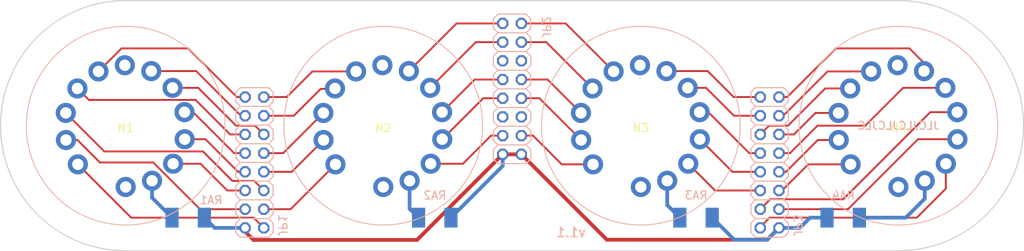
<source format=kicad_pcb>
(kicad_pcb (version 20241229) (generator "pcbnew") (generator_version "9.0")
  (layers (0 "F.Cu" signal) (2 "B.Cu" signal) (13 "F.Paste" user) (15 "B.Paste" user) (5 "F.SilkS" user "F.Silkscreen") (7 "B.SilkS" user "B.Silkscreen") (1 "F.Mask" user) (3 "B.Mask" user) (25 "Edge.Cuts" user))
  (net 0 "")
  (net 1 "VCC_HV")
  (net 2 "N$35")
  (net 3 "N$36")
  (net 4 "N$37")
  (net 5 "N$38")
  (net 6 "0XXX")
  (net 7 "1XXX")
  (net 8 "2XXX")
  (net 9 "3XXX")
  (net 10 "4XXX")
  (net 11 "5XXX")
  (net 12 "6XXX")
  (net 13 "7XXX")
  (net 14 "8XXX")
  (net 15 "9XXX")
  (net 16 "X0XX")
  (net 17 "X1XX")
  (net 18 "X2XX")
  (net 19 "X3XX")
  (net 20 "X4XX")
  (net 21 "X5XX")
  (net 22 "X6XX")
  (net 23 "X7XX")
  (net 24 "X8XX")
  (net 25 "X9XX")
  (net 26 "XX0X")
  (net 27 "XX1X")
  (net 28 "XX2X")
  (net 29 "XX3X")
  (net 30 "XX4X")
  (net 31 "XX5X")
  (net 32 "XX6X")
  (net 33 "XX7X")
  (net 34 "XX8X")
  (net 35 "XX9X")
  (net 36 "XXX0")
  (net 37 "XXX1")
  (net 38 "XXX2")
  (net 39 "XXX3")
  (net 40 "XXX4")
  (net 41 "XXX5")
  (net 42 "XXX6")
  (net 43 "XXX7")
  (net 44 "XXX8")
  (net 45 "XXX9")
  (net 46 "N$3")
  (net 47 "N$6")
  (net 48 "N$11")
  (net 49 "N$14")
  (footprint "NixieBoard:dummyfp1" (layer "F.Cu") (at 183.5011 94.0036)
    (property "Reference" "UNK_HOLE_1" (hide yes))
    (property "Value" "")
    (pad "" np_thru_hole circle (at 0 0) (size 4.5 4.5) (drill 4.5) (layers "*.Cu" "*.Mask"))
  )
  (footprint "NixieBoard:F9057PIN" (layer "F.Cu") (at 131.0011 105.0036)
    (property "Reference" "N2" (at 0 -0.34 0) (layer "F.SilkS") (effects (font (size 1.09474 1.09474) (thickness 0.17526)) (justify top)))
    (property "Value" "F9057TUBE" (hide yes))
    (pad "0" thru_hole circle (at 6.443725 5.170881 218.6) (size 2.25 2.25) (drill 1.55) (layers "*.Cu" "*.Mask") (net 16 "X0XX") (padstack (mode custom) (layer "B.Cu" (shape circle) (size 2.75 2.75))))
    (pad "1" thru_hole circle (at -6.493396 5.256 218.6) (size 2.25 2.25) (drill 1.55) (layers "*.Cu" "*.Mask") (net 17 "X1XX") (padstack (mode custom) (layer "B.Cu" (shape circle) (size 2.75 2.75))))
    (pad "2" thru_hole circle (at -8.110965 1.950037 218.6) (size 2.25 2.25) (drill 1.55) (layers "*.Cu" "*.Mask") (net 18 "X2XX") (padstack (mode custom) (layer "B.Cu" (shape circle) (size 2.75 2.75))))
    (pad "3" thru_hole circle (at -8.134218 -1.730362 218.6) (size 2.25 2.25) (drill 1.55) (layers "*.Cu" "*.Mask") (net 19 "X3XX") (padstack (mode custom) (layer "B.Cu" (shape circle) (size 2.75 2.75))))
    (pad "4" thru_hole circle (at -6.558546 -5.0565 218.6) (size 2.25 2.25) (drill 1.55) (layers "*.Cu" "*.Mask") (net 20 "X4XX") (padstack (mode custom) (layer "B.Cu" (shape circle) (size 2.75 2.75))))
    (pad "5" thru_hole circle (at -3.695934 -7.3698 218.6) (size 2.25 2.25) (drill 1.55) (layers "*.Cu" "*.Mask") (net 21 "X5XX") (padstack (mode custom) (layer "B.Cu" (shape circle) (size 2.75 2.75))))
    (pad "6" thru_hole circle (at 3.480371 -7.417015 218.6) (size 2.25 2.25) (drill 1.55) (layers "*.Cu" "*.Mask") (net 22 "X6XX") (padstack (mode custom) (layer "B.Cu" (shape circle) (size 2.75 2.75))))
    (pad "7" thru_hole circle (at 6.373175 -5.141581 218.6) (size 2.25 2.25) (drill 1.55) (layers "*.Cu" "*.Mask") (net 23 "X7XX") (padstack (mode custom) (layer "B.Cu" (shape circle) (size 2.75 2.75))))
    (pad "8" thru_hole circle (at 7.992475 -1.836465 218.6) (size 2.25 2.25) (drill 1.55) (layers "*.Cu" "*.Mask") (net 24 "X8XX") (padstack (mode custom) (layer "B.Cu" (shape circle) (size 2.75 2.75))))
    (pad "9" thru_hole circle (at 8.017653 1.843921 218.6) (size 2.25 2.25) (drill 1.55) (layers "*.Cu" "*.Mask") (net 25 "X9XX") (padstack (mode custom) (layer "B.Cu" (shape circle) (size 2.75 2.75))))
    (pad "A" thru_hole circle (at 3.582321 7.485684 218.6) (size 2.25 2.25) (drill 1.55) (layers "*.Cu" "*.Mask") (net 4 "N$37") (padstack (mode custom) (layer "B.Cu" (shape circle) (size 2.75 2.75))))
    (pad "CI1" thru_hole circle (at 0 8.33 218.6) (size 2.25 2.25) (drill 1.55) (layers "*.Cu" "*.Mask") (padstack (mode custom) (layer "B.Cu" (shape circle) (size 2.75 2.75))))
    (pad "CI2" thru_hole circle (at -0.113168 -8.21224 218.6) (size 2.25 2.25) (drill 1.55) (layers "*.Cu" "*.Mask") (padstack (mode custom) (layer "B.Cu" (shape circle) (size 2.75 2.75))))
  )
  (footprint "NixieBoard:F9057PIN" (layer "F.Cu") (at 166.0011 105.0036)
    (property "Reference" "N3" (at 0 -0.34 0) (layer "F.SilkS") (effects (font (size 1.09474 1.09474) (thickness 0.17526)) (justify top)))
    (property "Value" "F9057TUBE" (hide yes))
    (pad "0" thru_hole circle (at 6.443725 5.170881 218.6) (size 2.25 2.25) (drill 1.55) (layers "*.Cu" "*.Mask") (net 26 "XX0X") (padstack (mode custom) (layer "B.Cu" (shape circle) (size 2.75 2.75))))
    (pad "1" thru_hole circle (at -6.493396 5.256 218.6) (size 2.25 2.25) (drill 1.55) (layers "*.Cu" "*.Mask") (net 27 "XX1X") (padstack (mode custom) (layer "B.Cu" (shape circle) (size 2.75 2.75))))
    (pad "2" thru_hole circle (at -8.110965 1.950037 218.6) (size 2.25 2.25) (drill 1.55) (layers "*.Cu" "*.Mask") (net 28 "XX2X") (padstack (mode custom) (layer "B.Cu" (shape circle) (size 2.75 2.75))))
    (pad "3" thru_hole circle (at -8.134218 -1.730362 218.6) (size 2.25 2.25) (drill 1.55) (layers "*.Cu" "*.Mask") (net 29 "XX3X") (padstack (mode custom) (layer "B.Cu" (shape circle) (size 2.75 2.75))))
    (pad "4" thru_hole circle (at -6.558546 -5.0565 218.6) (size 2.25 2.25) (drill 1.55) (layers "*.Cu" "*.Mask") (net 30 "XX4X") (padstack (mode custom) (layer "B.Cu" (shape circle) (size 2.75 2.75))))
    (pad "5" thru_hole circle (at -3.695934 -7.3698 218.6) (size 2.25 2.25) (drill 1.55) (layers "*.Cu" "*.Mask") (net 31 "XX5X") (padstack (mode custom) (layer "B.Cu" (shape circle) (size 2.75 2.75))))
    (pad "6" thru_hole circle (at 3.480371 -7.417015 218.6) (size 2.25 2.25) (drill 1.55) (layers "*.Cu" "*.Mask") (net 32 "XX6X") (padstack (mode custom) (layer "B.Cu" (shape circle) (size 2.75 2.75))))
    (pad "7" thru_hole circle (at 6.373175 -5.141581 218.6) (size 2.25 2.25) (drill 1.55) (layers "*.Cu" "*.Mask") (net 33 "XX7X") (padstack (mode custom) (layer "B.Cu" (shape circle) (size 2.75 2.75))))
    (pad "8" thru_hole circle (at 7.992475 -1.836465 218.6) (size 2.25 2.25) (drill 1.55) (layers "*.Cu" "*.Mask") (net 34 "XX8X") (padstack (mode custom) (layer "B.Cu" (shape circle) (size 2.75 2.75))))
    (pad "9" thru_hole circle (at 8.017653 1.843921 218.6) (size 2.25 2.25) (drill 1.55) (layers "*.Cu" "*.Mask") (net 35 "XX9X") (padstack (mode custom) (layer "B.Cu" (shape circle) (size 2.75 2.75))))
    (pad "A" thru_hole circle (at 3.582321 7.485684 218.6) (size 2.25 2.25) (drill 1.55) (layers "*.Cu" "*.Mask") (net 3 "N$36") (padstack (mode custom) (layer "B.Cu" (shape circle) (size 2.75 2.75))))
    (pad "CI1" thru_hole circle (at 0 8.33 218.6) (size 2.25 2.25) (drill 1.55) (layers "*.Cu" "*.Mask") (padstack (mode custom) (layer "B.Cu" (shape circle) (size 2.75 2.75))))
    (pad "CI2" thru_hole circle (at -0.113168 -8.21224 218.6) (size 2.25 2.25) (drill 1.55) (layers "*.Cu" "*.Mask") (padstack (mode custom) (layer "B.Cu" (shape circle) (size 2.75 2.75))))
  )
  (footprint "NixieBoard:dummyfp0" (layer "F.Cu") (at 113.5011 94.0036)
    (property "Reference" "UNK_HOLE_0" (hide yes))
    (property "Value" "")
    (pad "" np_thru_hole circle (at 0 0) (size 4.5 4.5) (drill 4.5) (layers "*.Cu" "*.Mask"))
  )
  (footprint "NixieBoard:dummyfp2" (layer "F.Cu") (at 148.5011 116.0036)
    (property "Reference" "UNK_HOLE_2" (hide yes))
    (property "Value" "")
    (pad "" np_thru_hole circle (at 0 0) (size 4.5 4.5) (drill 4.5) (layers "*.Cu" "*.Mask"))
  )
  (footprint "NixieBoard:F9057PIN" (layer "F.Cu") (at 201.0011 105.0036)
    (property "Reference" "N4" (at 0 -0.34 0) (layer "F.SilkS") (effects (font (size 1.09474 1.09474) (thickness 0.17526)) (justify top)))
    (property "Value" "F9057TUBE" (hide yes))
    (pad "0" thru_hole circle (at 6.443725 5.170881 218.6) (size 2.25 2.25) (drill 1.55) (layers "*.Cu" "*.Mask") (net 36 "XXX0") (padstack (mode custom) (layer "B.Cu" (shape circle) (size 2.75 2.75))))
    (pad "1" thru_hole circle (at -6.493396 5.256 218.6) (size 2.25 2.25) (drill 1.55) (layers "*.Cu" "*.Mask") (net 37 "XXX1") (padstack (mode custom) (layer "B.Cu" (shape circle) (size 2.75 2.75))))
    (pad "2" thru_hole circle (at -8.110965 1.950037 218.6) (size 2.25 2.25) (drill 1.55) (layers "*.Cu" "*.Mask") (net 38 "XXX2") (padstack (mode custom) (layer "B.Cu" (shape circle) (size 2.75 2.75))))
    (pad "3" thru_hole circle (at -8.134218 -1.730362 218.6) (size 2.25 2.25) (drill 1.55) (layers "*.Cu" "*.Mask") (net 39 "XXX3") (padstack (mode custom) (layer "B.Cu" (shape circle) (size 2.75 2.75))))
    (pad "4" thru_hole circle (at -6.558546 -5.0565 218.6) (size 2.25 2.25) (drill 1.55) (layers "*.Cu" "*.Mask") (net 40 "XXX4") (padstack (mode custom) (layer "B.Cu" (shape circle) (size 2.75 2.75))))
    (pad "5" thru_hole circle (at -3.695934 -7.3698 218.6) (size 2.25 2.25) (drill 1.55) (layers "*.Cu" "*.Mask") (net 41 "XXX5") (padstack (mode custom) (layer "B.Cu" (shape circle) (size 2.75 2.75))))
    (pad "6" thru_hole circle (at 3.480371 -7.417015 218.6) (size 2.25 2.25) (drill 1.55) (layers "*.Cu" "*.Mask") (net 42 "XXX6") (padstack (mode custom) (layer "B.Cu" (shape circle) (size 2.75 2.75))))
    (pad "7" thru_hole circle (at 6.373175 -5.141581 218.6) (size 2.25 2.25) (drill 1.55) (layers "*.Cu" "*.Mask") (net 43 "XXX7") (padstack (mode custom) (layer "B.Cu" (shape circle) (size 2.75 2.75))))
    (pad "8" thru_hole circle (at 7.992475 -1.836465 218.6) (size 2.25 2.25) (drill 1.55) (layers "*.Cu" "*.Mask") (net 44 "XXX8") (padstack (mode custom) (layer "B.Cu" (shape circle) (size 2.75 2.75))))
    (pad "9" thru_hole circle (at 8.017653 1.843921 218.6) (size 2.25 2.25) (drill 1.55) (layers "*.Cu" "*.Mask") (net 45 "XXX9") (padstack (mode custom) (layer "B.Cu" (shape circle) (size 2.75 2.75))))
    (pad "A" thru_hole circle (at 3.582321 7.485684 218.6) (size 2.25 2.25) (drill 1.55) (layers "*.Cu" "*.Mask") (net 2 "N$35") (padstack (mode custom) (layer "B.Cu" (shape circle) (size 2.75 2.75))))
    (pad "CI1" thru_hole circle (at 0 8.33 218.6) (size 2.25 2.25) (drill 1.55) (layers "*.Cu" "*.Mask") (padstack (mode custom) (layer "B.Cu" (shape circle) (size 2.75 2.75))))
    (pad "CI2" thru_hole circle (at -0.113168 -8.21224 218.6) (size 2.25 2.25) (drill 1.55) (layers "*.Cu" "*.Mask") (padstack (mode custom) (layer "B.Cu" (shape circle) (size 2.75 2.75))))
  )
  (footprint "NixieBoard:F9057PIN" (layer "F.Cu") (at 96.0011 105.0036)
    (property "Reference" "N1" (at 0 -0.34 0) (layer "F.SilkS") (effects (font (size 1.09474 1.09474) (thickness 0.17526)) (justify top)))
    (property "Value" "F9057TUBE" (hide yes))
    (pad "0" thru_hole circle (at 6.443725 5.170881 218.6) (size 2.25 2.25) (drill 1.55) (layers "*.Cu" "*.Mask") (net 6 "0XXX") (padstack (mode custom) (layer "B.Cu" (shape circle) (size 2.75 2.75))))
    (pad "1" thru_hole circle (at -6.493396 5.256 218.6) (size 2.25 2.25) (drill 1.55) (layers "*.Cu" "*.Mask") (net 7 "1XXX") (padstack (mode custom) (layer "B.Cu" (shape circle) (size 2.75 2.75))))
    (pad "2" thru_hole circle (at -8.110965 1.950037 218.6) (size 2.25 2.25) (drill 1.55) (layers "*.Cu" "*.Mask") (net 8 "2XXX") (padstack (mode custom) (layer "B.Cu" (shape circle) (size 2.75 2.75))))
    (pad "3" thru_hole circle (at -8.134218 -1.730362 218.6) (size 2.25 2.25) (drill 1.55) (layers "*.Cu" "*.Mask") (net 9 "3XXX") (padstack (mode custom) (layer "B.Cu" (shape circle) (size 2.75 2.75))))
    (pad "4" thru_hole circle (at -6.558546 -5.0565 218.6) (size 2.25 2.25) (drill 1.55) (layers "*.Cu" "*.Mask") (net 10 "4XXX") (padstack (mode custom) (layer "B.Cu" (shape circle) (size 2.75 2.75))))
    (pad "5" thru_hole circle (at -3.695934 -7.3698 218.6) (size 2.25 2.25) (drill 1.55) (layers "*.Cu" "*.Mask") (net 11 "5XXX") (padstack (mode custom) (layer "B.Cu" (shape circle) (size 2.75 2.75))))
    (pad "6" thru_hole circle (at 3.480371 -7.417015 218.6) (size 2.25 2.25) (drill 1.55) (layers "*.Cu" "*.Mask") (net 12 "6XXX") (padstack (mode custom) (layer "B.Cu" (shape circle) (size 2.75 2.75))))
    (pad "7" thru_hole circle (at 6.373175 -5.141581 218.6) (size 2.25 2.25) (drill 1.55) (layers "*.Cu" "*.Mask") (net 13 "7XXX") (padstack (mode custom) (layer "B.Cu" (shape circle) (size 2.75 2.75))))
    (pad "8" thru_hole circle (at 7.992475 -1.836465 218.6) (size 2.25 2.25) (drill 1.55) (layers "*.Cu" "*.Mask") (net 14 "8XXX") (padstack (mode custom) (layer "B.Cu" (shape circle) (size 2.75 2.75))))
    (pad "9" thru_hole circle (at 8.017653 1.843921 218.6) (size 2.25 2.25) (drill 1.55) (layers "*.Cu" "*.Mask") (net 15 "9XXX") (padstack (mode custom) (layer "B.Cu" (shape circle) (size 2.75 2.75))))
    (pad "A" thru_hole circle (at 3.582321 7.485684 218.6) (size 2.25 2.25) (drill 1.55) (layers "*.Cu" "*.Mask") (net 5 "N$38") (padstack (mode custom) (layer "B.Cu" (shape circle) (size 2.75 2.75))))
    (pad "CI1" thru_hole circle (at 0 8.33 218.6) (size 2.25 2.25) (drill 1.55) (layers "*.Cu" "*.Mask") (padstack (mode custom) (layer "B.Cu" (shape circle) (size 2.75 2.75))))
    (pad "CI2" thru_hole circle (at -0.113168 -8.21224 218.6) (size 2.25 2.25) (drill 1.55) (layers "*.Cu" "*.Mask") (padstack (mode custom) (layer "B.Cu" (shape circle) (size 2.75 2.75))))
  )
  (footprint "NixieBoard:2X08_325" (layer "B.Cu") (at 113.5011 110.0036 90)
    (property "Reference" "JP1" (at -10.16 3.175 270) (layer "B.SilkS") (effects (font (size 1.09855 1.09855) (thickness 0.17145)) (justify left bottom mirror)))
    (property "Value" "")
    (pad "1" thru_hole roundrect (at -8.89 -1.27 90) (size 1.524 1.524) (drill 1.016) (layers "*.Cu" "*.Mask") (chamfer_ratio 0.2928932188) (chamfer top_left top_right bottom_left bottom_right) (net 1 "VCC_HV"))
    (pad "2" thru_hole roundrect (at -8.89 1.27 90) (size 1.524 1.524) (drill 1.016) (layers "*.Cu" "*.Mask") (chamfer_ratio 0.2928932188) (chamfer top_left top_right bottom_left bottom_right) (net 7 "1XXX"))
    (pad "3" thru_hole roundrect (at -6.35 -1.27 90) (size 1.524 1.524) (drill 1.016) (layers "*.Cu" "*.Mask") (chamfer_ratio 0.2928932188) (chamfer top_left top_right bottom_left bottom_right) (net 8 "2XXX"))
    (pad "4" thru_hole roundrect (at -6.35 1.27 90) (size 1.524 1.524) (drill 1.016) (layers "*.Cu" "*.Mask") (chamfer_ratio 0.2928932188) (chamfer top_left top_right bottom_left bottom_right) (net 17 "X1XX"))
    (pad "5" thru_hole roundrect (at -3.81 -1.27 90) (size 1.524 1.524) (drill 1.016) (layers "*.Cu" "*.Mask") (chamfer_ratio 0.2928932188) (chamfer top_left top_right bottom_left bottom_right) (net 6 "0XXX"))
    (pad "6" thru_hole roundrect (at -3.81 1.27 90) (size 1.524 1.524) (drill 1.016) (layers "*.Cu" "*.Mask") (chamfer_ratio 0.2928932188) (chamfer top_left top_right bottom_left bottom_right) (net 9 "3XXX"))
    (pad "7" thru_hole roundrect (at -1.27 -1.27 90) (size 1.524 1.524) (drill 1.016) (layers "*.Cu" "*.Mask") (chamfer_ratio 0.2928932188) (chamfer top_left top_right bottom_left bottom_right) (net 15 "9XXX"))
    (pad "8" thru_hole roundrect (at -1.27 1.27 90) (size 1.524 1.524) (drill 1.016) (layers "*.Cu" "*.Mask") (chamfer_ratio 0.2928932188) (chamfer top_left top_right bottom_left bottom_right) (net 18 "X2XX"))
    (pad "9" thru_hole roundrect (at 1.27 -1.27 90) (size 1.524 1.524) (drill 1.016) (layers "*.Cu" "*.Mask") (chamfer_ratio 0.2928932188) (chamfer top_left top_right bottom_left bottom_right) (net 14 "8XXX"))
    (pad "10" thru_hole roundrect (at 1.27 1.27 90) (size 1.524 1.524) (drill 1.016) (layers "*.Cu" "*.Mask") (chamfer_ratio 0.2928932188) (chamfer top_left top_right bottom_left bottom_right) (net 19 "X3XX"))
    (pad "11" thru_hole roundrect (at 3.81 -1.27 90) (size 1.524 1.524) (drill 1.016) (layers "*.Cu" "*.Mask") (chamfer_ratio 0.2928932188) (chamfer top_left top_right bottom_left bottom_right) (net 10 "4XXX"))
    (pad "12" thru_hole roundrect (at 3.81 1.27 90) (size 1.524 1.524) (drill 1.016) (layers "*.Cu" "*.Mask") (chamfer_ratio 0.2928932188) (chamfer top_left top_right bottom_left bottom_right) (net 13 "7XXX"))
    (pad "13" thru_hole roundrect (at 6.35 -1.27 90) (size 1.524 1.524) (drill 1.016) (layers "*.Cu" "*.Mask") (chamfer_ratio 0.2928932188) (chamfer top_left top_right bottom_left bottom_right) (net 12 "6XXX"))
    (pad "14" thru_hole roundrect (at 6.35 1.27 90) (size 1.524 1.524) (drill 1.016) (layers "*.Cu" "*.Mask") (chamfer_ratio 0.2928932188) (chamfer top_left top_right bottom_left bottom_right) (net 20 "X4XX"))
    (pad "15" thru_hole roundrect (at 8.89 -1.27 90) (size 1.524 1.524) (drill 1.016) (layers "*.Cu" "*.Mask") (chamfer_ratio 0.2928932188) (chamfer top_left top_right bottom_left bottom_right) (net 11 "5XXX"))
    (pad "16" thru_hole roundrect (at 8.89 1.27 90) (size 1.524 1.524) (drill 1.016) (layers "*.Cu" "*.Mask") (chamfer_ratio 0.2928932188) (chamfer top_left top_right bottom_left bottom_right) (net 21 "X5XX"))
  )
  (footprint "NixieBoard:2X08_325" (layer "B.Cu") (at 183.5011 110.0036 90)
    (property "Reference" "JP3" (at -10.16 3.175 270) (layer "B.SilkS") (effects (font (size 1.09855 1.09855) (thickness 0.17145)) (justify left bottom mirror)))
    (property "Value" "")
    (pad "1" thru_hole roundrect (at -8.89 -1.27 90) (size 1.524 1.524) (drill 1.016) (layers "*.Cu" "*.Mask") (chamfer_ratio 0.2928932188) (chamfer top_left top_right bottom_left bottom_right) (net 36 "XXX0"))
    (pad "2" thru_hole roundrect (at -8.89 1.27 90) (size 1.524 1.524) (drill 1.016) (layers "*.Cu" "*.Mask") (chamfer_ratio 0.2928932188) (chamfer top_left top_right bottom_left bottom_right) (net 1 "VCC_HV"))
    (pad "3" thru_hole roundrect (at -6.35 -1.27 90) (size 1.524 1.524) (drill 1.016) (layers "*.Cu" "*.Mask") (chamfer_ratio 0.2928932188) (chamfer top_left top_right bottom_left bottom_right) (net 44 "XXX8"))
    (pad "4" thru_hole roundrect (at -6.35 1.27 90) (size 1.524 1.524) (drill 1.016) (layers "*.Cu" "*.Mask") (chamfer_ratio 0.2928932188) (chamfer top_left top_right bottom_left bottom_right) (net 45 "XXX9"))
    (pad "5" thru_hole roundrect (at -3.81 -1.27 90) (size 1.524 1.524) (drill 1.016) (layers "*.Cu" "*.Mask") (chamfer_ratio 0.2928932188) (chamfer top_left top_right bottom_left bottom_right) (net 26 "XX0X"))
    (pad "6" thru_hole roundrect (at -3.81 1.27 90) (size 1.524 1.524) (drill 1.016) (layers "*.Cu" "*.Mask") (chamfer_ratio 0.2928932188) (chamfer top_left top_right bottom_left bottom_right) (net 37 "XXX1"))
    (pad "7" thru_hole roundrect (at -1.27 -1.27 90) (size 1.524 1.524) (drill 1.016) (layers "*.Cu" "*.Mask") (chamfer_ratio 0.2928932188) (chamfer top_left top_right bottom_left bottom_right) (net 35 "XX9X"))
    (pad "8" thru_hole roundrect (at -1.27 1.27 90) (size 1.524 1.524) (drill 1.016) (layers "*.Cu" "*.Mask") (chamfer_ratio 0.2928932188) (chamfer top_left top_right bottom_left bottom_right) (net 38 "XXX2"))
    (pad "9" thru_hole roundrect (at 1.27 -1.27 90) (size 1.524 1.524) (drill 1.016) (layers "*.Cu" "*.Mask") (chamfer_ratio 0.2928932188) (chamfer top_left top_right bottom_left bottom_right) (net 34 "XX8X"))
    (pad "10" thru_hole roundrect (at 1.27 1.27 90) (size 1.524 1.524) (drill 1.016) (layers "*.Cu" "*.Mask") (chamfer_ratio 0.2928932188) (chamfer top_left top_right bottom_left bottom_right) (net 43 "XXX7"))
    (pad "11" thru_hole roundrect (at 3.81 -1.27 90) (size 1.524 1.524) (drill 1.016) (layers "*.Cu" "*.Mask") (chamfer_ratio 0.2928932188) (chamfer top_left top_right bottom_left bottom_right) (net 40 "XXX4"))
    (pad "12" thru_hole roundrect (at 3.81 1.27 90) (size 1.524 1.524) (drill 1.016) (layers "*.Cu" "*.Mask") (chamfer_ratio 0.2928932188) (chamfer top_left top_right bottom_left bottom_right) (net 39 "XXX3"))
    (pad "13" thru_hole roundrect (at 6.35 -1.27 90) (size 1.524 1.524) (drill 1.016) (layers "*.Cu" "*.Mask") (chamfer_ratio 0.2928932188) (chamfer top_left top_right bottom_left bottom_right) (net 33 "XX7X"))
    (pad "14" thru_hole roundrect (at 6.35 1.27 90) (size 1.524 1.524) (drill 1.016) (layers "*.Cu" "*.Mask") (chamfer_ratio 0.2928932188) (chamfer top_left top_right bottom_left bottom_right) (net 41 "XXX5"))
    (pad "15" thru_hole roundrect (at 8.89 -1.27 90) (size 1.524 1.524) (drill 1.016) (layers "*.Cu" "*.Mask") (chamfer_ratio 0.2928932188) (chamfer top_left top_right bottom_left bottom_right) (net 32 "XX6X"))
    (pad "16" thru_hole roundrect (at 8.89 1.27 90) (size 1.524 1.524) (drill 1.016) (layers "*.Cu" "*.Mask") (chamfer_ratio 0.2928932188) (chamfer top_left top_right bottom_left bottom_right) (net 42 "XXX6"))
  )
  (footprint "NixieBoard:R2010_334" (layer "B.Cu") (at 173.5011 117.5036 180)
    (property "Reference" "RA3" (at -1.675 2.405 0) (layer "B.SilkS") (effects (font (size 1.09474 1.09474) (thickness 0.17526)) (justify left bottom mirror)))
    (property "Value" "47k")
    (pad "1" smd rect (at -2.2 0 180) (size 1.8 2.7) (layers "B.Cu" "B.Mask" "B.Paste") (net 1 "VCC_HV"))
    (pad "2" smd rect (at 2.2 0 180) (size 1.8 2.7) (layers "B.Cu" "B.Mask" "B.Paste") (net 3 "N$36"))
  )
  (footprint "NixieBoard:2X08_325" (layer "B.Cu") (at 148.5011 100.0036 90)
    (property "Reference" "JP2" (at 6.7536 4 270) (layer "B.SilkS") (effects (font (size 1.09855 1.09855) (thickness 0.17145)) (justify left bottom mirror)))
    (property "Value" "")
    (pad "1" thru_hole roundrect (at -8.89 -1.27 90) (size 1.524 1.524) (drill 1.016) (layers "*.Cu" "*.Mask") (chamfer_ratio 0.2928932188) (chamfer top_left top_right bottom_left bottom_right) (net 1 "VCC_HV"))
    (pad "2" thru_hole roundrect (at -8.89 1.27 90) (size 1.524 1.524) (drill 1.016) (layers "*.Cu" "*.Mask") (chamfer_ratio 0.2928932188) (chamfer top_left top_right bottom_left bottom_right) (net 1 "VCC_HV"))
    (pad "3" thru_hole roundrect (at -6.35 -1.27 90) (size 1.524 1.524) (drill 1.016) (layers "*.Cu" "*.Mask") (chamfer_ratio 0.2928932188) (chamfer top_left top_right bottom_left bottom_right) (net 16 "X0XX"))
    (pad "4" thru_hole roundrect (at -6.35 1.27 90) (size 1.524 1.524) (drill 1.016) (layers "*.Cu" "*.Mask") (chamfer_ratio 0.2928932188) (chamfer top_left top_right bottom_left bottom_right) (net 27 "XX1X"))
    (pad "5" thru_hole roundrect (at -3.81 -1.27 90) (size 1.524 1.524) (drill 1.016) (layers "*.Cu" "*.Mask") (chamfer_ratio 0.2928932188) (chamfer top_left top_right bottom_left bottom_right) (net 46 "N$3"))
    (pad "6" thru_hole roundrect (at -3.81 1.27 90) (size 1.524 1.524) (drill 1.016) (layers "*.Cu" "*.Mask") (chamfer_ratio 0.2928932188) (chamfer top_left top_right bottom_left bottom_right) (net 49 "N$14"))
    (pad "7" thru_hole roundrect (at -1.27 -1.27 90) (size 1.524 1.524) (drill 1.016) (layers "*.Cu" "*.Mask") (chamfer_ratio 0.2928932188) (chamfer top_left top_right bottom_left bottom_right) (net 25 "X9XX"))
    (pad "8" thru_hole roundrect (at -1.27 1.27 90) (size 1.524 1.524) (drill 1.016) (layers "*.Cu" "*.Mask") (chamfer_ratio 0.2928932188) (chamfer top_left top_right bottom_left bottom_right) (net 28 "XX2X"))
    (pad "9" thru_hole roundrect (at 1.27 -1.27 90) (size 1.524 1.524) (drill 1.016) (layers "*.Cu" "*.Mask") (chamfer_ratio 0.2928932188) (chamfer top_left top_right bottom_left bottom_right) (net 24 "X8XX"))
    (pad "10" thru_hole roundrect (at 1.27 1.27 90) (size 1.524 1.524) (drill 1.016) (layers "*.Cu" "*.Mask") (chamfer_ratio 0.2928932188) (chamfer top_left top_right bottom_left bottom_right) (net 29 "XX3X"))
    (pad "11" thru_hole roundrect (at 3.81 -1.27 90) (size 1.524 1.524) (drill 1.016) (layers "*.Cu" "*.Mask") (chamfer_ratio 0.2928932188) (chamfer top_left top_right bottom_left bottom_right) (net 47 "N$6"))
    (pad "12" thru_hole roundrect (at 3.81 1.27 90) (size 1.524 1.524) (drill 1.016) (layers "*.Cu" "*.Mask") (chamfer_ratio 0.2928932188) (chamfer top_left top_right bottom_left bottom_right) (net 48 "N$11"))
    (pad "13" thru_hole roundrect (at 6.35 -1.27 90) (size 1.524 1.524) (drill 1.016) (layers "*.Cu" "*.Mask") (chamfer_ratio 0.2928932188) (chamfer top_left top_right bottom_left bottom_right) (net 23 "X7XX"))
    (pad "14" thru_hole roundrect (at 6.35 1.27 90) (size 1.524 1.524) (drill 1.016) (layers "*.Cu" "*.Mask") (chamfer_ratio 0.2928932188) (chamfer top_left top_right bottom_left bottom_right) (net 30 "XX4X"))
    (pad "15" thru_hole roundrect (at 8.89 -1.27 90) (size 1.524 1.524) (drill 1.016) (layers "*.Cu" "*.Mask") (chamfer_ratio 0.2928932188) (chamfer top_left top_right bottom_left bottom_right) (net 22 "X6XX"))
    (pad "16" thru_hole roundrect (at 8.89 1.27 90) (size 1.524 1.524) (drill 1.016) (layers "*.Cu" "*.Mask") (chamfer_ratio 0.2928932188) (chamfer top_left top_right bottom_left bottom_right) (net 31 "XX5X"))
  )
  (footprint "NixieBoard:R2010_334" (layer "B.Cu") (at 193.5011 117.5036)
    (property "Reference" "RA4" (at 1.675 -2.405 0) (layer "B.SilkS") (effects (font (size 1.09474 1.09474) (thickness 0.17526)) (justify left bottom mirror)))
    (property "Value" "47k")
    (pad "1" smd rect (at -2.2 0) (size 1.8 2.7) (layers "B.Cu" "B.Mask" "B.Paste") (net 1 "VCC_HV"))
    (pad "2" smd rect (at 2.2 0) (size 1.8 2.7) (layers "B.Cu" "B.Mask" "B.Paste") (net 2 "N$35"))
  )
  (footprint "NixieBoard:R2010_334" (layer "B.Cu") (at 138.0011 117.5036 180)
    (property "Reference" "RA2" (at -1.675 2.405 0) (layer "B.SilkS") (effects (font (size 1.09474 1.09474) (thickness 0.17526)) (justify left bottom mirror)))
    (property "Value" "47k")
    (pad "1" smd rect (at -2.2 0 180) (size 1.8 2.7) (layers "B.Cu" "B.Mask" "B.Paste") (net 1 "VCC_HV"))
    (pad "2" smd rect (at 2.2 0 180) (size 1.8 2.7) (layers "B.Cu" "B.Mask" "B.Paste") (net 4 "N$37"))
  )
  (footprint "NixieBoard:R2010_334" (layer "B.Cu") (at 104.5011 117.5036 180)
    (property "Reference" "RA1" (at -4.7489 1.7536 0) (layer "B.SilkS") (effects (font (size 1.09474 1.09474) (thickness 0.17526)) (justify left bottom mirror)))
    (property "Value" "30k")
    (pad "1" smd rect (at -2.2 0 180) (size 1.8 2.7) (layers "B.Cu" "B.Mask" "B.Paste") (net 1 "VCC_HV"))
    (pad "2" smd rect (at 2.2 0 180) (size 1.8 2.7) (layers "B.Cu" "B.Mask" "B.Paste") (net 5 "N$38"))
  )
  (gr_line (start 201.0011 122.0036) (end 96.0011 122.0036) (stroke (width 0.1524)) (layer "Edge.Cuts"))
  (gr_arc (start 201.0011 88.0036) (mid 218.0011 105.0036) (end 201.0011 122.0036) (stroke (width 0.1524)) (layer "Edge.Cuts"))
  (gr_line (start 96.0011 88.0036) (end 201.0011 88.0036) (stroke (width 0.1524)) (layer "Edge.Cuts"))
  (gr_arc (start 96.0011 122.0036) (mid 79.0011 105.0036) (end 96.0011 88.0036) (stroke (width 0.1524)) (layer "Edge.Cuts"))
  (gr_text "v1.1" (at 156.5011 119.5036 -0) (layer "B.SilkS") (effects (font (size 1.275 1.275) (thickness 0.225)) (justify mirror)))
  (gr_text "JLCJLCJLCJLC" (at 201.0011 105.0036 -0) (layer "B.SilkS") (effects (font (size 1.0795 1.0795) (thickness 0.1905)) (justify mirror)))
  (segment (start 113.3679 120.5304) (end 135.5943 120.5304) (width 0.508) (layer "F.Cu") (net 1))
  (segment (start 135.5943 120.5304) (end 147.2311 108.8936) (width 0.508) (layer "F.Cu") (net 1))
  (segment (start 161.3811 120.5036) (end 183.1611 120.5036) (width 0.508) (layer "F.Cu") (net 1))
  (segment (start 183.1611 120.5036) (end 184.7711 118.8936) (width 0.508) (layer "F.Cu") (net 1))
  (segment (start 112.2311 118.8936) (end 112.2311 119.3936) (width 0.508) (layer "F.Cu") (net 1))
  (segment (start 147.2311 108.8936) (end 149.7711 108.8936) (width 0.508) (layer "F.Cu") (net 1))
  (segment (start 149.7711 108.8936) (end 161.3811 120.5036) (width 0.508) (layer "F.Cu") (net 1))
  (segment (start 113.3679 120.5304) (end 112.2311 119.3936) (width 0.508) (layer "F.Cu") (net 1))
  (segment (start 183.1611 120.5036) (end 184.7711 118.8936) (width 0.508) (layer "B.Cu") (net 1))
  (segment (start 189.0011 117.5036) (end 187.6111 118.8936) (width 0.508) (layer "B.Cu") (net 1))
  (segment (start 147.2311 108.8936) (end 147.2311 110.4736) (width 0.508) (layer "B.Cu") (net 1))
  (segment (start 175.7011 117.5036) (end 178.7011 120.5036) (width 0.508) (layer "B.Cu") (net 1))
  (segment (start 147.2311 110.4736) (end 140.2011 117.5036) (width 0.508) (layer "B.Cu") (net 1))
  (segment (start 112.2311 118.8936) (end 108.0911 118.8936) (width 0.508) (layer "B.Cu") (net 1))
  (segment (start 108.0911 118.8936) (end 106.7011 117.5036) (width 0.508) (layer "B.Cu") (net 1))
  (segment (start 187.6111 118.8936) (end 184.7711 118.8936) (width 0.508) (layer "B.Cu") (net 1))
  (segment (start 178.7011 120.5036) (end 183.1611 120.5036) (width 0.508) (layer "B.Cu") (net 1))
  (segment (start 191.3011 117.5036) (end 189.0011 117.5036) (width 0.508) (layer "B.Cu") (net 1))
  (segment (start 202.0011 117.5036) (end 195.7011 117.5036) (width 0.508) (layer "B.Cu") (net 2))
  (segment (start 204.583421 112.489285) (end 204.583421 114.921279) (width 0.508) (layer "B.Cu") (net 2))
  (segment (start 204.583421 114.921279) (end 202.0011 117.5036) (width 0.508) (layer "B.Cu") (net 2))
  (segment (start 169.583421 112.489285) (end 169.583421 115.785922) (width 0.508) (layer "B.Cu") (net 3))
  (segment (start 169.583421 115.785922) (end 171.3011 117.5036) (width 0.508) (layer "B.Cu") (net 3))
  (segment (start 134.583421 116.285922) (end 135.8011 117.5036) (width 0.508) (layer "B.Cu") (net 4))
  (segment (start 134.583421 112.489285) (end 134.583421 116.285922) (width 0.508) (layer "B.Cu") (net 4))
  (segment (start 99.583421 112.489285) (end 99.583421 114.785922) (width 0.508) (layer "B.Cu") (net 5))
  (segment (start 99.583421 114.785922) (end 102.3011 117.5036) (width 0.508) (layer "B.Cu") (net 5))
  (segment (start 109.8111 113.8136) (end 112.2311 113.8136) (width 0.254) (layer "F.Cu") (net 6))
  (segment (start 102.444825 110.174482) (end 106.171981 110.174482) (width 0.254) (layer "F.Cu") (net 6))
  (segment (start 109.8111 113.8136) (end 106.171981 110.174482) (width 0.254) (layer "F.Cu") (net 6))
  (segment (start 113.3811 117.5036) (end 114.7711 118.8936) (width 0.254) (layer "F.Cu") (net 7))
  (segment (start 89.507703 110.2596) (end 96.751703 117.5036) (width 0.254) (layer "F.Cu") (net 7))
  (segment (start 96.751703 117.5036) (end 113.3811 117.5036) (width 0.254) (layer "F.Cu") (net 7))
  (segment (start 106.10235 116.3536) (end 112.2311 116.3536) (width 0.254) (layer "F.Cu") (net 8))
  (segment (start 92.5011 110.0036) (end 99.75235 110.0036) (width 0.254) (layer "F.Cu") (net 8))
  (segment (start 99.75235 110.0036) (end 106.10235 116.3536) (width 0.254) (layer "F.Cu") (net 8))
  (segment (start 87.890134 106.953638) (end 89.451137 106.953638) (width 0.254) (layer "F.Cu") (net 8))
  (segment (start 89.451137 106.953638) (end 92.5011 110.0036) (width 0.254) (layer "F.Cu") (net 8))
  (segment (start 106.5011 108.5036) (end 110.5011 112.5036) (width 0.254) (layer "F.Cu") (net 9))
  (segment (start 110.5011 112.5036) (end 113.4611 112.5036) (width 0.254) (layer "F.Cu") (net 9))
  (segment (start 113.4611 112.5036) (end 114.7711 113.8136) (width 0.254) (layer "F.Cu") (net 9))
  (segment (start 87.866881 103.273238) (end 93.097243 108.5036) (width 0.254) (layer "F.Cu") (net 9))
  (segment (start 93.097243 108.5036) (end 106.5011 108.5036) (width 0.254) (layer "F.Cu") (net 9))
  (segment (start 90.999053 101.5036) (end 105.5011 101.5036) (width 0.254) (layer "F.Cu") (net 10))
  (segment (start 89.442553 99.9471) (end 90.999053 101.5036) (width 0.254) (layer "F.Cu") (net 10))
  (segment (start 110.1911 106.1936) (end 105.5011 101.5036) (width 0.254) (layer "F.Cu") (net 10))
  (segment (start 110.1911 106.1936) (end 112.2311 106.1936) (width 0.254) (layer "F.Cu") (net 10))
  (segment (start 95.435365 94.5036) (end 104.5011 94.5036) (width 0.254) (layer "F.Cu") (net 11))
  (segment (start 111.1111 101.1136) (end 112.2311 101.1136) (width 0.254) (layer "F.Cu") (net 11))
  (segment (start 92.305165 97.6338) (end 95.435365 94.5036) (width 0.254) (layer "F.Cu") (net 11))
  (segment (start 111.1111 101.1136) (end 104.5011 94.5036) (width 0.254) (layer "F.Cu") (net 11))
  (segment (start 111.651103 103.6536) (end 112.2311 103.6536) (width 0.254) (layer "F.Cu") (net 12))
  (segment (start 99.481471 97.586585) (end 105.584084 97.586585) (width 0.254) (layer "F.Cu") (net 12))
  (segment (start 111.651103 103.6536) (end 105.584084 97.586585) (width 0.254) (layer "F.Cu") (net 12))
  (segment (start 102.374275 99.862019) (end 105.859518 99.862019) (width 0.254) (layer "F.Cu") (net 13))
  (segment (start 111.0011 105.0036) (end 113.5811 105.0036) (width 0.254) (layer "F.Cu") (net 13))
  (segment (start 113.5811 105.0036) (end 114.7711 106.1936) (width 0.254) (layer "F.Cu") (net 13))
  (segment (start 105.859518 99.862019) (end 111.0011 105.0036) (width 0.254) (layer "F.Cu") (net 13))
  (segment (start 103.993575 103.167135) (end 105.164634 103.167135) (width 0.254) (layer "F.Cu") (net 14))
  (segment (start 110.7311 108.7336) (end 105.164634 103.167135) (width 0.254) (layer "F.Cu") (net 14))
  (segment (start 110.7311 108.7336) (end 112.2311 108.7336) (width 0.254) (layer "F.Cu") (net 14))
  (segment (start 111.271103 111.2736) (end 112.2311 111.2736) (width 0.254) (layer "F.Cu") (net 15))
  (segment (start 104.018753 106.847522) (end 106.845018 106.847522) (width 0.254) (layer "F.Cu") (net 15))
  (segment (start 111.271103 111.2736) (end 106.845018 106.847522) (width 0.254) (layer "F.Cu") (net 15))
  (segment (start 145.6511 106.3536) (end 141.830218 110.174482) (width 0.254) (layer "F.Cu") (net 16))
  (segment (start 141.830218 110.174482) (end 137.444825 110.174482) (width 0.254) (layer "F.Cu") (net 16))
  (segment (start 147.2311 106.3536) (end 145.6511 106.3536) (width 0.254) (layer "F.Cu") (net 16))
  (segment (start 124.507703 110.2596) (end 118.413703 116.3536) (width 0.254) (layer "F.Cu") (net 17))
  (segment (start 118.413703 116.3536) (end 114.7711 116.3536) (width 0.254) (layer "F.Cu") (net 17))
  (segment (start 118.570171 111.2736) (end 114.7711 111.2736) (width 0.254) (layer "F.Cu") (net 18))
  (segment (start 122.890134 106.953638) (end 118.570171 111.2736) (width 0.254) (layer "F.Cu") (net 18))
  (segment (start 117.406518 108.7336) (end 114.7711 108.7336) (width 0.254) (layer "F.Cu") (net 19))
  (segment (start 122.866881 103.273238) (end 117.406518 108.7336) (width 0.254) (layer "F.Cu") (net 19))
  (segment (start 122.5011 100.0036) (end 118.8511 103.6536) (width 0.254) (layer "F.Cu") (net 20))
  (segment (start 118.8511 103.6536) (end 114.7711 103.6536) (width 0.254) (layer "F.Cu") (net 20))
  (segment (start 124.442553 99.9471) (end 124.386053 100.0036) (width 0.254) (layer "F.Cu") (net 20))
  (segment (start 124.386053 100.0036) (end 122.5011 100.0036) (width 0.254) (layer "F.Cu") (net 20))
  (segment (start 121.3709 97.6338) (end 117.8911 101.1136) (width 0.254) (layer "F.Cu") (net 21))
  (segment (start 117.8911 101.1136) (end 114.7711 101.1136) (width 0.254) (layer "F.Cu") (net 21))
  (segment (start 127.305165 97.6338) (end 121.3709 97.6338) (width 0.254) (layer "F.Cu") (net 21))
  (segment (start 140.954456 91.1136) (end 147.2311 91.1136) (width 0.254) (layer "F.Cu") (net 22))
  (segment (start 134.481471 97.586585) (end 140.954456 91.1136) (width 0.254) (layer "F.Cu") (net 22))
  (segment (start 137.374275 99.862019) (end 143.582693 93.6536) (width 0.254) (layer "F.Cu") (net 23))
  (segment (start 143.582693 93.6536) (end 147.2311 93.6536) (width 0.254) (layer "F.Cu") (net 23))
  (segment (start 143.427109 98.7336) (end 147.2311 98.7336) (width 0.254) (layer "F.Cu") (net 24))
  (segment (start 138.993575 103.167135) (end 143.427109 98.7336) (width 0.254) (layer "F.Cu") (net 24))
  (segment (start 139.018753 106.847522) (end 144.592675 101.2736) (width 0.254) (layer "F.Cu") (net 25))
  (segment (start 144.592675 101.2736) (end 147.2311 101.2736) (width 0.254) (layer "F.Cu") (net 25))
  (segment (start 172.444825 110.174482) (end 176.083943 113.8136) (width 0.254) (layer "F.Cu") (net 26))
  (segment (start 176.083943 113.8136) (end 182.2311 113.8136) (width 0.254) (layer "F.Cu") (net 26))
  (segment (start 151.3511 106.3536) (end 155.2571 110.2596) (width 0.254) (layer "F.Cu") (net 27))
  (segment (start 149.7711 106.3536) (end 151.3511 106.3536) (width 0.254) (layer "F.Cu") (net 27))
  (segment (start 155.2571 110.2596) (end 159.507703 110.2596) (width 0.254) (layer "F.Cu") (net 27))
  (segment (start 157.890134 106.953638) (end 152.210096 101.2736) (width 0.254) (layer "F.Cu") (net 28))
  (segment (start 149.7711 101.2736) (end 152.210096 101.2736) (width 0.254) (layer "F.Cu") (net 28))
  (segment (start 149.7711 98.7336) (end 153.327243 98.7336) (width 0.254) (layer "F.Cu") (net 29))
  (segment (start 153.327243 98.7336) (end 157.866881 103.273238) (width 0.254) (layer "F.Cu") (net 29))
  (segment (start 149.7711 93.6536) (end 153.149053 93.6536) (width 0.254) (layer "F.Cu") (net 30))
  (segment (start 153.149053 93.6536) (end 159.442553 99.9471) (width 0.254) (layer "F.Cu") (net 30))
  (segment (start 149.7711 91.1136) (end 155.784965 91.1136) (width 0.254) (layer "F.Cu") (net 31))
  (segment (start 155.784965 91.1136) (end 162.305165 97.6338) (width 0.254) (layer "F.Cu") (net 31))
  (segment (start 175.084084 97.586585) (end 178.6111 101.1136) (width 0.254) (layer "F.Cu") (net 32))
  (segment (start 178.6111 101.1136) (end 182.2311 101.1136) (width 0.254) (layer "F.Cu") (net 32))
  (segment (start 169.481471 97.586585) (end 175.084084 97.586585) (width 0.254) (layer "F.Cu") (net 32))
  (segment (start 174.859518 99.862019) (end 178.6511 103.6536) (width 0.254) (layer "F.Cu") (net 33))
  (segment (start 172.374275 99.862019) (end 174.859518 99.862019) (width 0.254) (layer "F.Cu") (net 33))
  (segment (start 178.6511 103.6536) (end 182.2311 103.6536) (width 0.254) (layer "F.Cu") (net 33))
  (segment (start 173.993575 103.167135) (end 175.164634 103.167135) (width 0.254) (layer "F.Cu") (net 34))
  (segment (start 175.164634 103.167135) (end 180.7311 108.7336) (width 0.254) (layer "F.Cu") (net 34))
  (segment (start 180.7311 108.7336) (end 182.2311 108.7336) (width 0.254) (layer "F.Cu") (net 34))
  (segment (start 174.018753 106.847522) (end 178.444831 111.2736) (width 0.254) (layer "F.Cu") (net 35))
  (segment (start 178.444831 111.2736) (end 182.2311 111.2736) (width 0.254) (layer "F.Cu") (net 35))
  (segment (start 207.444825 113.559875) (end 204.0011 117.0036) (width 0.254) (layer "F.Cu") (net 36))
  (segment (start 203.5011 117.5036) (end 183.5011 117.5036) (width 0.254) (layer "F.Cu") (net 36))
  (segment (start 182.2311 118.7736) (end 182.2311 118.8936) (width 0.254) (layer "F.Cu") (net 36))
  (segment (start 204.0011 117.0036) (end 203.5011 117.5036) (width 0.254) (layer "F.Cu") (net 36))
  (segment (start 207.444825 110.174482) (end 207.444825 113.559875) (width 0.254) (layer "F.Cu") (net 36))
  (segment (start 183.5011 117.5036) (end 182.2311 118.7736) (width 0.254) (layer "F.Cu") (net 36))
  (segment (start 188.7451 110.2596) (end 185.1911 113.8136) (width 0.254) (layer "F.Cu") (net 37))
  (segment (start 194.507703 110.2596) (end 188.7451 110.2596) (width 0.254) (layer "F.Cu") (net 37))
  (segment (start 185.1911 113.8136) (end 184.7711 113.8136) (width 0.254) (layer "F.Cu") (net 37))
  (segment (start 192.890134 106.953638) (end 190.051062 106.953638) (width 0.254) (layer "F.Cu") (net 38))
  (segment (start 190.051062 106.953638) (end 185.7311 111.2736) (width 0.254) (layer "F.Cu") (net 38))
  (segment (start 185.7311 111.2736) (end 184.7711 111.2736) (width 0.254) (layer "F.Cu") (net 38))
  (segment (start 186.8111 106.1936) (end 184.7711 106.1936) (width 0.254) (layer "F.Cu") (net 39))
  (segment (start 189.731462 103.273238) (end 186.8111 106.1936) (width 0.254) (layer "F.Cu") (net 39))
  (segment (start 192.866881 103.273238) (end 189.731462 103.273238) (width 0.254) (layer "F.Cu") (net 39))
  (segment (start 191.0576 99.9471) (end 186.0011 105.0036) (width 0.254) (layer "F.Cu") (net 40))
  (segment (start 186.0011 105.0036) (end 183.4211 105.0036) (width 0.254) (layer "F.Cu") (net 40))
  (segment (start 183.4211 105.0036) (end 182.2311 106.1936) (width 0.254) (layer "F.Cu") (net 40))
  (segment (start 194.442553 99.9471) (end 191.0576 99.9471) (width 0.254) (layer "F.Cu") (net 40))
  (segment (start 185.3511 103.6536) (end 184.7711 103.6536) (width 0.254) (layer "F.Cu") (net 41))
  (segment (start 191.3709 97.6338) (end 185.3511 103.6536) (width 0.254) (layer "F.Cu") (net 41))
  (segment (start 197.305165 97.6338) (end 191.3709 97.6338) (width 0.254) (layer "F.Cu") (net 41))
  (segment (start 185.8911 101.1136) (end 184.7711 101.1136) (width 0.254) (layer "F.Cu") (net 42))
  (segment (start 192.5011 94.5036) (end 185.8911 101.1136) (width 0.254) (layer "F.Cu") (net 42))
  (segment (start 202.5011 94.5036) (end 192.5011 94.5036) (width 0.254) (layer "F.Cu") (net 42))
  (segment (start 204.481471 96.483972) (end 202.5011 94.5036) (width 0.254) (layer "F.Cu") (net 42))
  (segment (start 204.481471 97.586585) (end 204.481471 96.483972) (width 0.254) (layer "F.Cu") (net 42))
  (segment (start 207.374275 99.862019) (end 201.642681 99.862019) (width 0.254) (layer "F.Cu") (net 43))
  (segment (start 201.642681 99.862019) (end 196.5011 105.0036) (width 0.254) (layer "F.Cu") (net 43))
  (segment (start 190.0011 105.0036) (end 186.2711 108.7336) (width 0.254) (layer "F.Cu") (net 43))
  (segment (start 196.5011 105.0036) (end 190.0011 105.0036) (width 0.254) (layer "F.Cu") (net 43))
  (segment (start 186.2711 108.7336) (end 184.7711 108.7336) (width 0.254) (layer "F.Cu") (net 43))
  (segment (start 208.993575 103.167135) (end 205.337565 103.167135) (width 0.254) (layer "F.Cu") (net 44))
  (segment (start 205.337565 103.167135) (end 193.5011 115.0036) (width 0.254) (layer "F.Cu") (net 44))
  (segment (start 183.5811 115.0036) (end 182.2311 116.3536) (width 0.254) (layer "F.Cu") (net 44))
  (segment (start 193.5011 115.0036) (end 183.5811 115.0036) (width 0.254) (layer "F.Cu") (net 44))
  (segment (start 209.018753 106.847522) (end 203.657178 106.847522) (width 0.254) (layer "F.Cu") (net 45))
  (segment (start 194.1511 116.3536) (end 184.7711 116.3536) (width 0.254) (layer "F.Cu") (net 45))
  (segment (start 203.657178 106.847522) (end 194.1511 116.3536) (width 0.254) (layer "F.Cu") (net 45))
)
</source>
